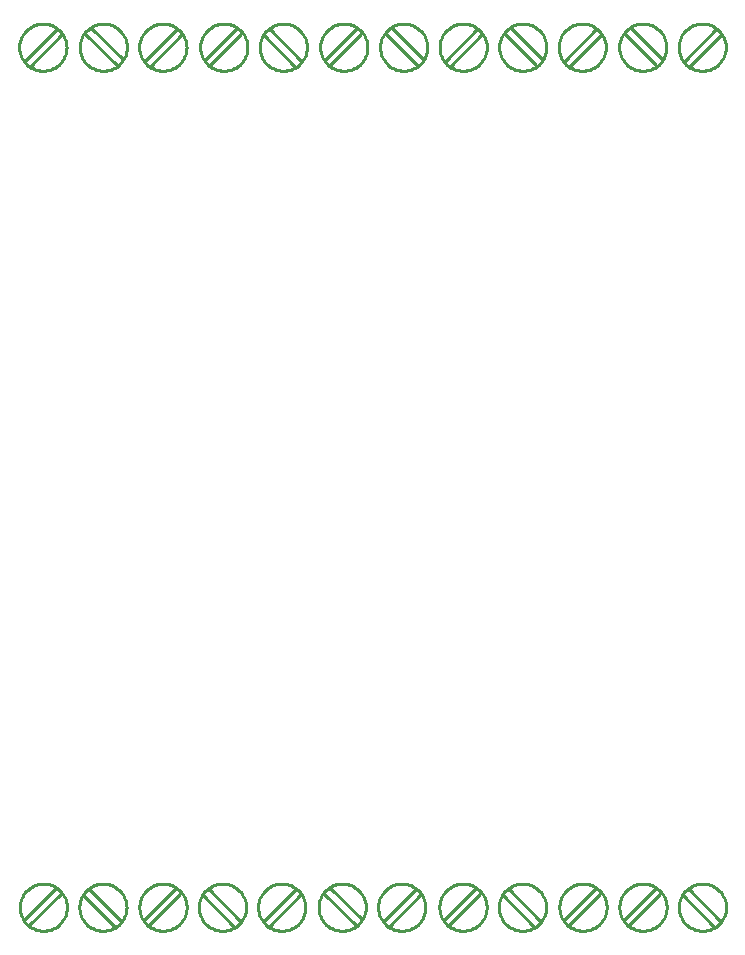
<source format=gm1>
%FSDAX24Y24*%
%MOIN*%
%SFA1B1*%

%IPPOS*%
%ADD10C,0.010000*%
%LNpcb_baseboard-1*%
%LPD*%
G54D10*
X025151Y031065D02*
D01*
X025149Y031119*
X025143Y031174*
X025134Y031228*
X025121Y031282*
X025104Y031334*
X025083Y031385*
X025059Y031434*
X025032Y031482*
X025001Y031527*
X024967Y031571*
X024930Y031611*
X024891Y031650*
X024849Y031685*
X024804Y031717*
X024757Y031746*
X024709Y031772*
X024659Y031795*
X024607Y031813*
X024554Y031829*
X024500Y031840*
X024446Y031848*
X024391Y031851*
X024336*
X024281Y031848*
X024227Y031840*
X024173Y031829*
X024120Y031813*
X024069Y031795*
X024019Y031772*
X023970Y031746*
X023923Y031717*
X023879Y031685*
X023837Y031650*
X023797Y031611*
X023761Y031571*
X023727Y031527*
X023696Y031482*
X023669Y031434*
X023644Y031385*
X023624Y031334*
X023607Y031282*
X023594Y031228*
X023584Y031174*
X023578Y031119*
X023576Y031065*
X023578Y031010*
X023584Y030955*
X023594Y030901*
X023607Y030847*
X023624Y030795*
X023644Y030744*
X023669Y030695*
X023696Y030647*
X023727Y030602*
X023761Y030558*
X023797Y030518*
X023837Y030479*
X023879Y030444*
X023923Y030412*
X023970Y030383*
X024019Y030357*
X024069Y030334*
X024120Y030316*
X024173Y030300*
X024227Y030289*
X024281Y030281*
X024336Y030278*
X024391*
X024446Y030281*
X024500Y030289*
X024554Y030300*
X024607Y030316*
X024659Y030334*
X024709Y030357*
X024757Y030383*
X024804Y030412*
X024849Y030444*
X024891Y030479*
X024930Y030518*
X024967Y030558*
X025001Y030602*
X025032Y030647*
X025059Y030695*
X025083Y030744*
X025104Y030795*
X025121Y030847*
X025134Y030901*
X025143Y030955*
X025149Y031010*
X025151Y031065*
X023167D02*
D01*
X023165Y031119*
X023159Y031174*
X023150Y031228*
X023136Y031282*
X023119Y031334*
X023099Y031385*
X023075Y031434*
X023047Y031482*
X023017Y031527*
X022983Y031571*
X022946Y031611*
X022906Y031650*
X022864Y031685*
X022820Y031717*
X022773Y031746*
X022725Y031772*
X022674Y031795*
X022623Y031813*
X022570Y031829*
X022516Y031840*
X022462Y031848*
X022407Y031851*
X022352*
X022297Y031848*
X022243Y031840*
X022189Y031829*
X022136Y031813*
X022085Y031795*
X022034Y031772*
X021986Y031746*
X021939Y031717*
X021895Y031685*
X021853Y031650*
X021813Y031611*
X021776Y031571*
X021742Y031527*
X021712Y031482*
X021684Y031434*
X021660Y031385*
X021640Y031334*
X021623Y031282*
X021609Y031228*
X021600Y031174*
X021594Y031119*
X021592Y031065*
X021594Y031010*
X021600Y030955*
X021609Y030901*
X021623Y030847*
X021640Y030795*
X021660Y030744*
X021684Y030695*
X021712Y030647*
X021742Y030602*
X021776Y030558*
X021813Y030518*
X021853Y030479*
X021895Y030444*
X021939Y030412*
X021986Y030383*
X022034Y030357*
X022085Y030334*
X022136Y030316*
X022189Y030300*
X022243Y030289*
X022297Y030281*
X022352Y030278*
X022407*
X022462Y030281*
X022516Y030289*
X022570Y030300*
X022623Y030316*
X022674Y030334*
X022725Y030357*
X022773Y030383*
X022820Y030412*
X022864Y030444*
X022906Y030479*
X022946Y030518*
X022983Y030558*
X023017Y030602*
X023047Y030647*
X023075Y030695*
X023099Y030744*
X023119Y030795*
X023136Y030847*
X023150Y030901*
X023159Y030955*
X023165Y031010*
X023167Y031065*
X017181D02*
D01*
X017179Y031119*
X017173Y031174*
X017164Y031228*
X017151Y031282*
X017134Y031334*
X017113Y031385*
X017089Y031434*
X017062Y031482*
X017031Y031527*
X016997Y031571*
X016960Y031611*
X016921Y031650*
X016879Y031685*
X016834Y031717*
X016787Y031746*
X016739Y031772*
X016689Y031795*
X016637Y031813*
X016584Y031829*
X016530Y031840*
X016476Y031848*
X016421Y031851*
X016366*
X016311Y031848*
X016257Y031840*
X016203Y031829*
X016150Y031813*
X016099Y031795*
X016049Y031772*
X016000Y031746*
X015953Y031717*
X015909Y031685*
X015867Y031650*
X015827Y031611*
X015791Y031571*
X015757Y031527*
X015726Y031482*
X015699Y031434*
X015674Y031385*
X015654Y031334*
X015637Y031282*
X015624Y031228*
X015614Y031174*
X015608Y031119*
X015606Y031065*
X015608Y031010*
X015614Y030955*
X015624Y030901*
X015637Y030847*
X015654Y030795*
X015674Y030744*
X015699Y030695*
X015726Y030647*
X015757Y030602*
X015791Y030558*
X015827Y030518*
X015867Y030479*
X015909Y030444*
X015953Y030412*
X016000Y030383*
X016049Y030357*
X016099Y030334*
X016150Y030316*
X016203Y030300*
X016257Y030289*
X016311Y030281*
X016366Y030278*
X016421*
X016476Y030281*
X016530Y030289*
X016584Y030300*
X016637Y030316*
X016689Y030334*
X016739Y030357*
X016787Y030383*
X016834Y030412*
X016879Y030444*
X016921Y030479*
X016960Y030518*
X016997Y030558*
X017031Y030602*
X017062Y030647*
X017089Y030695*
X017113Y030744*
X017134Y030795*
X017151Y030847*
X017164Y030901*
X017173Y030955*
X017179Y031010*
X017181Y031065*
X015197D02*
D01*
X015195Y031119*
X015189Y031174*
X015180Y031228*
X015166Y031282*
X015149Y031334*
X015129Y031385*
X015105Y031434*
X015077Y031482*
X015047Y031527*
X015013Y031571*
X014976Y031611*
X014936Y031650*
X014894Y031685*
X014850Y031717*
X014803Y031746*
X014755Y031772*
X014704Y031795*
X014653Y031813*
X014600Y031829*
X014546Y031840*
X014492Y031848*
X014437Y031851*
X014382*
X014327Y031848*
X014273Y031840*
X014219Y031829*
X014166Y031813*
X014115Y031795*
X014064Y031772*
X014016Y031746*
X013969Y031717*
X013925Y031685*
X013883Y031650*
X013843Y031611*
X013806Y031571*
X013772Y031527*
X013742Y031482*
X013714Y031434*
X013690Y031385*
X013670Y031334*
X013653Y031282*
X013639Y031228*
X013630Y031174*
X013624Y031119*
X013622Y031065*
X013624Y031010*
X013630Y030955*
X013639Y030901*
X013653Y030847*
X013670Y030795*
X013690Y030744*
X013714Y030695*
X013742Y030647*
X013772Y030602*
X013806Y030558*
X013843Y030518*
X013883Y030479*
X013925Y030444*
X013969Y030412*
X014016Y030383*
X014064Y030357*
X014115Y030334*
X014166Y030316*
X014219Y030300*
X014273Y030289*
X014327Y030281*
X014382Y030278*
X014437*
X014492Y030281*
X014546Y030289*
X014600Y030300*
X014653Y030316*
X014704Y030334*
X014755Y030357*
X014803Y030383*
X014850Y030412*
X014894Y030444*
X014936Y030479*
X014976Y030518*
X015013Y030558*
X015047Y030602*
X015077Y030647*
X015105Y030695*
X015129Y030744*
X015149Y030795*
X015166Y030847*
X015180Y030901*
X015189Y030955*
X015195Y031010*
X015197Y031065*
X021151D02*
D01*
X021149Y031119*
X021143Y031174*
X021134Y031228*
X021121Y031282*
X021104Y031334*
X021083Y031385*
X021059Y031434*
X021032Y031482*
X021001Y031527*
X020967Y031571*
X020930Y031611*
X020891Y031650*
X020849Y031685*
X020804Y031717*
X020757Y031746*
X020709Y031772*
X020659Y031795*
X020607Y031813*
X020554Y031829*
X020500Y031840*
X020446Y031848*
X020391Y031851*
X020336*
X020281Y031848*
X020227Y031840*
X020173Y031829*
X020120Y031813*
X020069Y031795*
X020019Y031772*
X019970Y031746*
X019923Y031717*
X019879Y031685*
X019837Y031650*
X019797Y031611*
X019761Y031571*
X019727Y031527*
X019696Y031482*
X019669Y031434*
X019644Y031385*
X019624Y031334*
X019607Y031282*
X019594Y031228*
X019584Y031174*
X019578Y031119*
X019576Y031065*
X019578Y031010*
X019584Y030955*
X019594Y030901*
X019607Y030847*
X019624Y030795*
X019644Y030744*
X019669Y030695*
X019696Y030647*
X019727Y030602*
X019761Y030558*
X019797Y030518*
X019837Y030479*
X019879Y030444*
X019923Y030412*
X019970Y030383*
X020019Y030357*
X020069Y030334*
X020120Y030316*
X020173Y030300*
X020227Y030289*
X020281Y030281*
X020336Y030278*
X020391*
X020446Y030281*
X020500Y030289*
X020554Y030300*
X020607Y030316*
X020659Y030334*
X020709Y030357*
X020757Y030383*
X020804Y030412*
X020849Y030444*
X020891Y030479*
X020930Y030518*
X020967Y030558*
X021001Y030602*
X021032Y030647*
X021059Y030695*
X021083Y030744*
X021104Y030795*
X021121Y030847*
X021134Y030901*
X021143Y030955*
X021149Y031010*
X021151Y031065*
X019167D02*
D01*
X019165Y031119*
X019159Y031174*
X019150Y031228*
X019136Y031282*
X019119Y031334*
X019099Y031385*
X019075Y031434*
X019047Y031482*
X019017Y031527*
X018983Y031571*
X018946Y031611*
X018906Y031650*
X018864Y031685*
X018820Y031717*
X018773Y031746*
X018725Y031772*
X018674Y031795*
X018623Y031813*
X018570Y031829*
X018516Y031840*
X018462Y031848*
X018407Y031851*
X018352*
X018297Y031848*
X018243Y031840*
X018189Y031829*
X018136Y031813*
X018085Y031795*
X018034Y031772*
X017986Y031746*
X017939Y031717*
X017895Y031685*
X017853Y031650*
X017813Y031611*
X017776Y031571*
X017742Y031527*
X017712Y031482*
X017684Y031434*
X017660Y031385*
X017640Y031334*
X017623Y031282*
X017609Y031228*
X017600Y031174*
X017594Y031119*
X017592Y031065*
X017594Y031010*
X017600Y030955*
X017609Y030901*
X017623Y030847*
X017640Y030795*
X017660Y030744*
X017684Y030695*
X017712Y030647*
X017742Y030602*
X017776Y030558*
X017813Y030518*
X017853Y030479*
X017895Y030444*
X017939Y030412*
X017986Y030383*
X018034Y030357*
X018085Y030334*
X018136Y030316*
X018189Y030300*
X018243Y030289*
X018297Y030281*
X018352Y030278*
X018407*
X018462Y030281*
X018516Y030289*
X018570Y030300*
X018623Y030316*
X018674Y030334*
X018725Y030357*
X018773Y030383*
X018820Y030412*
X018864Y030444*
X018906Y030479*
X018946Y030518*
X018983Y030558*
X019017Y030602*
X019047Y030647*
X019075Y030695*
X019099Y030744*
X019119Y030795*
X019136Y030847*
X019150Y030901*
X019159Y030955*
X019165Y031010*
X019167Y031065*
X009203D02*
D01*
X009201Y031119*
X009195Y031174*
X009185Y031228*
X009172Y031282*
X009155Y031334*
X009135Y031385*
X009110Y031434*
X009083Y031482*
X009052Y031527*
X009018Y031571*
X008982Y031611*
X008942Y031650*
X008900Y031685*
X008856Y031717*
X008809Y031746*
X008760Y031772*
X008710Y031795*
X008659Y031813*
X008606Y031829*
X008552Y031840*
X008498Y031848*
X008443Y031851*
X008388*
X008333Y031848*
X008279Y031840*
X008225Y031829*
X008172Y031813*
X008120Y031795*
X008070Y031772*
X008022Y031746*
X007975Y031717*
X007930Y031685*
X007888Y031650*
X007849Y031611*
X007812Y031571*
X007778Y031527*
X007747Y031482*
X007720Y031434*
X007696Y031385*
X007675Y031334*
X007658Y031282*
X007645Y031228*
X007636Y031174*
X007630Y031119*
X007628Y031065*
X007630Y031010*
X007636Y030955*
X007645Y030901*
X007658Y030847*
X007675Y030795*
X007696Y030744*
X007720Y030695*
X007747Y030647*
X007778Y030602*
X007812Y030558*
X007849Y030518*
X007888Y030479*
X007930Y030444*
X007975Y030412*
X008022Y030383*
X008070Y030357*
X008120Y030334*
X008172Y030316*
X008225Y030300*
X008279Y030289*
X008333Y030281*
X008388Y030278*
X008443*
X008498Y030281*
X008552Y030289*
X008606Y030300*
X008659Y030316*
X008710Y030334*
X008760Y030357*
X008809Y030383*
X008856Y030412*
X008900Y030444*
X008942Y030479*
X008982Y030518*
X009018Y030558*
X009052Y030602*
X009083Y030647*
X009110Y030695*
X009135Y030744*
X009155Y030795*
X009172Y030847*
X009185Y030901*
X009195Y030955*
X009201Y031010*
X009203Y031065*
X013203D02*
D01*
X013201Y031119*
X013195Y031174*
X013185Y031228*
X013172Y031282*
X013155Y031334*
X013135Y031385*
X013110Y031434*
X013083Y031482*
X013052Y031527*
X013018Y031571*
X012982Y031611*
X012942Y031650*
X012900Y031685*
X012856Y031717*
X012809Y031746*
X012760Y031772*
X012710Y031795*
X012659Y031813*
X012606Y031829*
X012552Y031840*
X012498Y031848*
X012443Y031851*
X012388*
X012333Y031848*
X012279Y031840*
X012225Y031829*
X012172Y031813*
X012120Y031795*
X012070Y031772*
X012022Y031746*
X011975Y031717*
X011930Y031685*
X011888Y031650*
X011849Y031611*
X011812Y031571*
X011778Y031527*
X011747Y031482*
X011720Y031434*
X011696Y031385*
X011675Y031334*
X011658Y031282*
X011645Y031228*
X011636Y031174*
X011630Y031119*
X011628Y031065*
X011630Y031010*
X011636Y030955*
X011645Y030901*
X011658Y030847*
X011675Y030795*
X011696Y030744*
X011720Y030695*
X011747Y030647*
X011778Y030602*
X011812Y030558*
X011849Y030518*
X011888Y030479*
X011930Y030444*
X011975Y030412*
X012022Y030383*
X012070Y030357*
X012120Y030334*
X012172Y030316*
X012225Y030300*
X012279Y030289*
X012333Y030281*
X012388Y030278*
X012443*
X012498Y030281*
X012552Y030289*
X012606Y030300*
X012659Y030316*
X012710Y030334*
X012760Y030357*
X012809Y030383*
X012856Y030412*
X012900Y030444*
X012942Y030479*
X012982Y030518*
X013018Y030558*
X013052Y030602*
X013083Y030647*
X013110Y030695*
X013135Y030744*
X013155Y030795*
X013172Y030847*
X013185Y030901*
X013195Y030955*
X013201Y031010*
X013203Y031065*
X011187D02*
D01*
X011185Y031119*
X011179Y031174*
X011170Y031228*
X011156Y031282*
X011139Y031334*
X011119Y031385*
X011095Y031434*
X011067Y031482*
X011037Y031527*
X011003Y031571*
X010966Y031611*
X010926Y031650*
X010884Y031685*
X010840Y031717*
X010793Y031746*
X010745Y031772*
X010694Y031795*
X010643Y031813*
X010590Y031829*
X010536Y031840*
X010482Y031848*
X010427Y031851*
X010372*
X010317Y031848*
X010263Y031840*
X010209Y031829*
X010156Y031813*
X010105Y031795*
X010054Y031772*
X010006Y031746*
X009959Y031717*
X009915Y031685*
X009873Y031650*
X009833Y031611*
X009796Y031571*
X009762Y031527*
X009732Y031482*
X009704Y031434*
X009680Y031385*
X009660Y031334*
X009643Y031282*
X009629Y031228*
X009620Y031174*
X009614Y031119*
X009612Y031065*
X009614Y031010*
X009620Y030955*
X009629Y030901*
X009643Y030847*
X009660Y030795*
X009680Y030744*
X009704Y030695*
X009732Y030647*
X009762Y030602*
X009796Y030558*
X009833Y030518*
X009873Y030479*
X009915Y030444*
X009959Y030412*
X010006Y030383*
X010054Y030357*
X010105Y030334*
X010156Y030316*
X010209Y030300*
X010263Y030289*
X010317Y030281*
X010372Y030278*
X010427*
X010482Y030281*
X010536Y030289*
X010590Y030300*
X010643Y030316*
X010694Y030334*
X010745Y030357*
X010793Y030383*
X010840Y030412*
X010884Y030444*
X010926Y030479*
X010966Y030518*
X011003Y030558*
X011037Y030602*
X011067Y030647*
X011095Y030695*
X011119Y030744*
X011139Y030795*
X011156Y030847*
X011170Y030901*
X011179Y030955*
X011185Y031010*
X011187Y031065*
X007171D02*
D01*
X007169Y031119*
X007163Y031174*
X007154Y031228*
X007141Y031282*
X007124Y031334*
X007103Y031385*
X007079Y031434*
X007052Y031482*
X007021Y031527*
X006987Y031571*
X006950Y031611*
X006911Y031650*
X006869Y031685*
X006824Y031717*
X006777Y031746*
X006729Y031772*
X006679Y031795*
X006627Y031813*
X006574Y031829*
X006520Y031840*
X006466Y031848*
X006411Y031851*
X006356*
X006301Y031848*
X006247Y031840*
X006193Y031829*
X006140Y031813*
X006089Y031795*
X006039Y031772*
X005990Y031746*
X005943Y031717*
X005899Y031685*
X005857Y031650*
X005817Y031611*
X005781Y031571*
X005747Y031527*
X005716Y031482*
X005689Y031434*
X005664Y031385*
X005644Y031334*
X005627Y031282*
X005614Y031228*
X005604Y031174*
X005598Y031119*
X005596Y031065*
X005598Y031010*
X005604Y030955*
X005614Y030901*
X005627Y030847*
X005644Y030795*
X005664Y030744*
X005689Y030695*
X005716Y030647*
X005747Y030602*
X005781Y030558*
X005817Y030518*
X005857Y030479*
X005899Y030444*
X005943Y030412*
X005990Y030383*
X006039Y030357*
X006089Y030334*
X006140Y030316*
X006193Y030300*
X006247Y030289*
X006301Y030281*
X006356Y030278*
X006411*
X006466Y030281*
X006520Y030289*
X006574Y030300*
X006627Y030316*
X006679Y030334*
X006729Y030357*
X006777Y030383*
X006824Y030412*
X006869Y030444*
X006911Y030479*
X006950Y030518*
X006987Y030558*
X007021Y030602*
X007052Y030647*
X007079Y030695*
X007103Y030744*
X007124Y030795*
X007141Y030847*
X007154Y030901*
X007163Y030955*
X007169Y031010*
X007171Y031065*
X003171D02*
D01*
X003169Y031119*
X003163Y031174*
X003154Y031228*
X003141Y031282*
X003124Y031334*
X003103Y031385*
X003079Y031434*
X003052Y031482*
X003021Y031527*
X002987Y031571*
X002950Y031611*
X002911Y031650*
X002869Y031685*
X002824Y031717*
X002777Y031746*
X002729Y031772*
X002679Y031795*
X002627Y031813*
X002574Y031829*
X002520Y031840*
X002466Y031848*
X002411Y031851*
X002356*
X002301Y031848*
X002247Y031840*
X002193Y031829*
X002140Y031813*
X002089Y031795*
X002039Y031772*
X001990Y031746*
X001943Y031717*
X001899Y031685*
X001857Y031650*
X001817Y031611*
X001781Y031571*
X001747Y031527*
X001716Y031482*
X001689Y031434*
X001664Y031385*
X001644Y031334*
X001627Y031282*
X001614Y031228*
X001604Y031174*
X001598Y031119*
X001596Y031065*
X001598Y031010*
X001604Y030955*
X001614Y030901*
X001627Y030847*
X001644Y030795*
X001664Y030744*
X001689Y030695*
X001716Y030647*
X001747Y030602*
X001781Y030558*
X001817Y030518*
X001857Y030479*
X001899Y030444*
X001943Y030412*
X001990Y030383*
X002039Y030357*
X002089Y030334*
X002140Y030316*
X002193Y030300*
X002247Y030289*
X002301Y030281*
X002356Y030278*
X002411*
X002466Y030281*
X002520Y030289*
X002574Y030300*
X002627Y030316*
X002679Y030334*
X002729Y030357*
X002777Y030383*
X002824Y030412*
X002869Y030444*
X002911Y030479*
X002950Y030518*
X002987Y030558*
X003021Y030602*
X003052Y030647*
X003079Y030695*
X003103Y030744*
X003124Y030795*
X003141Y030847*
X003154Y030901*
X003163Y030955*
X003169Y031010*
X003171Y031065*
X005187D02*
D01*
X005185Y031119*
X005179Y031174*
X005170Y031228*
X005156Y031282*
X005139Y031334*
X005119Y031385*
X005095Y031434*
X005067Y031482*
X005037Y031527*
X005003Y031571*
X004966Y031611*
X004926Y031650*
X004884Y031685*
X004840Y031717*
X004793Y031746*
X004745Y031772*
X004694Y031795*
X004643Y031813*
X004590Y031829*
X004536Y031840*
X004482Y031848*
X004427Y031851*
X004372*
X004317Y031848*
X004263Y031840*
X004209Y031829*
X004156Y031813*
X004105Y031795*
X004054Y031772*
X004006Y031746*
X003959Y031717*
X003915Y031685*
X003873Y031650*
X003833Y031611*
X003796Y031571*
X003762Y031527*
X003732Y031482*
X003704Y031434*
X003680Y031385*
X003660Y031334*
X003643Y031282*
X003629Y031228*
X003620Y031174*
X003614Y031119*
X003612Y031065*
X003614Y031010*
X003620Y030955*
X003629Y030901*
X003643Y030847*
X003660Y030795*
X003680Y030744*
X003704Y030695*
X003732Y030647*
X003762Y030602*
X003796Y030558*
X003833Y030518*
X003873Y030479*
X003915Y030444*
X003959Y030412*
X004006Y030383*
X004054Y030357*
X004105Y030334*
X004156Y030316*
X004209Y030300*
X004263Y030289*
X004317Y030281*
X004372Y030278*
X004427*
X004482Y030281*
X004536Y030289*
X004590Y030300*
X004643Y030316*
X004694Y030334*
X004745Y030357*
X004793Y030383*
X004840Y030412*
X004884Y030444*
X004926Y030479*
X004966Y030518*
X005003Y030558*
X005037Y030602*
X005067Y030647*
X005095Y030695*
X005119Y030744*
X005139Y030795*
X005156Y030847*
X005170Y030901*
X005179Y030955*
X005185Y031010*
X005187Y031065*
X005172Y002400D02*
D01*
X005170Y002454*
X005164Y002509*
X005155Y002563*
X005141Y002617*
X005124Y002669*
X005104Y002720*
X005080Y002769*
X005052Y002817*
X005022Y002862*
X004988Y002906*
X004951Y002946*
X004911Y002985*
X004869Y003020*
X004825Y003052*
X004778Y003081*
X004730Y003107*
X004679Y003130*
X004628Y003148*
X004575Y003164*
X004521Y003175*
X004467Y003183*
X004412Y003186*
X004357*
X004302Y003183*
X004248Y003175*
X004194Y003164*
X004141Y003148*
X004090Y003130*
X004039Y003107*
X003991Y003081*
X003944Y003052*
X003900Y003020*
X003858Y002985*
X003818Y002946*
X003781Y002906*
X003747Y002862*
X003717Y002817*
X003689Y002769*
X003665Y002720*
X003645Y002669*
X003628Y002617*
X003614Y002563*
X003605Y002509*
X003599Y002454*
X003597Y002400*
X003599Y002345*
X003605Y002290*
X003614Y002236*
X003628Y002182*
X003645Y002130*
X003665Y002079*
X003689Y002030*
X003717Y001982*
X003747Y001937*
X003781Y001893*
X003818Y001853*
X003858Y001814*
X003900Y001779*
X003944Y001747*
X003991Y001718*
X004039Y001692*
X004090Y001669*
X004141Y001651*
X004194Y001635*
X004248Y001624*
X004302Y001616*
X004357Y001613*
X004412*
X004467Y001616*
X004521Y001624*
X004575Y001635*
X004628Y001651*
X004679Y001669*
X004730Y001692*
X004778Y001718*
X004825Y001747*
X004869Y001779*
X004911Y001814*
X004951Y001853*
X004988Y001893*
X005022Y001937*
X005052Y001982*
X005080Y002030*
X005104Y002079*
X005124Y002130*
X005141Y002182*
X005155Y002236*
X005164Y002290*
X005170Y002345*
X005172Y002400*
X003188D02*
D01*
X003186Y002454*
X003180Y002509*
X003170Y002563*
X003157Y002617*
X003140Y002669*
X003120Y002720*
X003095Y002769*
X003068Y002817*
X003037Y002862*
X003003Y002906*
X002967Y002946*
X002927Y002985*
X002885Y003020*
X002841Y003052*
X002794Y003081*
X002745Y003107*
X002695Y003130*
X002644Y003148*
X002591Y003164*
X002537Y003175*
X002483Y003183*
X002428Y003186*
X002373*
X002318Y003183*
X002264Y003175*
X002210Y003164*
X002157Y003148*
X002105Y003130*
X002055Y003107*
X002007Y003081*
X001960Y003052*
X001915Y003020*
X001873Y002985*
X001834Y002946*
X001797Y002906*
X001763Y002862*
X001732Y002817*
X001705Y002769*
X001681Y002720*
X001660Y002669*
X001643Y002617*
X001630Y002563*
X001621Y002509*
X001615Y002454*
X001613Y002400*
X001615Y002345*
X001621Y002290*
X001630Y002236*
X001643Y002182*
X001660Y002130*
X001681Y002079*
X001705Y002030*
X001732Y001982*
X001763Y001937*
X001797Y001893*
X001834Y001853*
X001873Y001814*
X001915Y001779*
X001960Y001747*
X002007Y001718*
X002055Y001692*
X002105Y001669*
X002157Y001651*
X002210Y001635*
X002264Y001624*
X002318Y001616*
X002373Y001613*
X002428*
X002483Y001616*
X002537Y001624*
X002591Y001635*
X002644Y001651*
X002695Y001669*
X002745Y001692*
X002794Y001718*
X002841Y001747*
X002885Y001779*
X002927Y001814*
X002967Y001853*
X003003Y001893*
X003037Y001937*
X003068Y001982*
X003095Y002030*
X003120Y002079*
X003140Y002130*
X003157Y002182*
X003170Y002236*
X003180Y002290*
X003186Y002345*
X003188Y002400*
X009157D02*
D01*
X009155Y002454*
X009149Y002509*
X009140Y002563*
X009126Y002617*
X009109Y002669*
X009089Y002720*
X009065Y002769*
X009037Y002817*
X009007Y002862*
X008973Y002906*
X008936Y002946*
X008896Y002985*
X008854Y003020*
X008810Y003052*
X008763Y003081*
X008715Y003107*
X008664Y003130*
X008613Y003148*
X008560Y003164*
X008506Y003175*
X008452Y003183*
X008397Y003186*
X008342*
X008287Y003183*
X008233Y003175*
X008179Y003164*
X008126Y003148*
X008075Y003130*
X008024Y003107*
X007976Y003081*
X007929Y003052*
X007885Y003020*
X007843Y002985*
X007803Y002946*
X007766Y002906*
X007732Y002862*
X007702Y002817*
X007674Y002769*
X007650Y002720*
X007630Y002669*
X007613Y002617*
X007599Y002563*
X007590Y002509*
X007584Y002454*
X007582Y002400*
X007584Y002345*
X007590Y002290*
X007599Y002236*
X007613Y002182*
X007630Y002130*
X007650Y002079*
X007674Y002030*
X007702Y001982*
X007732Y001937*
X007766Y001893*
X007803Y001853*
X007843Y001814*
X007885Y001779*
X007929Y001747*
X007976Y001718*
X008024Y001692*
X008075Y001669*
X008126Y001651*
X008179Y001635*
X008233Y001624*
X008287Y001616*
X008342Y001613*
X008397*
X008452Y001616*
X008506Y001624*
X008560Y001635*
X008613Y001651*
X008664Y001669*
X008715Y001692*
X008763Y001718*
X008810Y001747*
X008854Y001779*
X008896Y001814*
X008936Y001853*
X008973Y001893*
X009007Y001937*
X009037Y001982*
X009065Y002030*
X009089Y002079*
X009109Y002130*
X009126Y002182*
X009140Y002236*
X009149Y002290*
X009155Y002345*
X009157Y002400*
X007173D02*
D01*
X007171Y002454*
X007165Y002509*
X007155Y002563*
X007142Y002617*
X007125Y002669*
X007105Y002720*
X007080Y002769*
X007053Y002817*
X007022Y002862*
X006988Y002906*
X006952Y002946*
X006912Y002985*
X006870Y003020*
X006826Y003052*
X006779Y003081*
X006730Y003107*
X006680Y003130*
X006629Y003148*
X006576Y003164*
X006522Y003175*
X006468Y003183*
X006413Y003186*
X006358*
X006303Y003183*
X006249Y003175*
X006195Y003164*
X006142Y003148*
X006090Y003130*
X006040Y003107*
X005992Y003081*
X005945Y003052*
X005900Y003020*
X005858Y002985*
X005819Y002946*
X005782Y002906*
X005748Y002862*
X005717Y002817*
X005690Y002769*
X005666Y002720*
X005645Y002669*
X005628Y002617*
X005615Y002563*
X005606Y002509*
X005600Y002454*
X005598Y002400*
X005600Y002345*
X005606Y002290*
X005615Y002236*
X005628Y002182*
X005645Y002130*
X005666Y002079*
X005690Y002030*
X005717Y001982*
X005748Y001937*
X005782Y001893*
X005819Y001853*
X005858Y001814*
X005900Y001779*
X005945Y001747*
X005992Y001718*
X006040Y001692*
X006090Y001669*
X006142Y001651*
X006195Y001635*
X006249Y001624*
X006303Y001616*
X006358Y001613*
X006413*
X006468Y001616*
X006522Y001624*
X006576Y001635*
X006629Y001651*
X006680Y001669*
X006730Y001692*
X006779Y001718*
X006826Y001747*
X006870Y001779*
X006912Y001814*
X006952Y001853*
X006988Y001893*
X007022Y001937*
X007053Y001982*
X007080Y002030*
X007105Y002079*
X007125Y002130*
X007142Y002182*
X007155Y002236*
X007165Y002290*
X007171Y002345*
X007173Y002400*
X019157D02*
D01*
X019155Y002454*
X019149Y002509*
X019140Y002563*
X019126Y002617*
X019109Y002669*
X019089Y002720*
X019065Y002769*
X019037Y002817*
X019007Y002862*
X018973Y002906*
X018936Y002946*
X018896Y002985*
X018854Y003020*
X018810Y003052*
X018763Y003081*
X018715Y003107*
X018664Y003130*
X018613Y003148*
X018560Y003164*
X018506Y003175*
X018452Y003183*
X018397Y003186*
X018342*
X018287Y003183*
X018233Y003175*
X018179Y003164*
X018126Y003148*
X018075Y003130*
X018024Y003107*
X017976Y003081*
X017929Y003052*
X017885Y003020*
X017843Y002985*
X017803Y002946*
X017766Y002906*
X017732Y002862*
X017702Y002817*
X017674Y002769*
X017650Y002720*
X017630Y002669*
X017613Y002617*
X017599Y002563*
X017590Y002509*
X017584Y002454*
X017582Y002400*
X017584Y002345*
X017590Y002290*
X017599Y002236*
X017613Y002182*
X017630Y002130*
X017650Y002079*
X017674Y002030*
X017702Y001982*
X017732Y001937*
X017766Y001893*
X017803Y001853*
X017843Y001814*
X017885Y001779*
X017929Y001747*
X017976Y001718*
X018024Y001692*
X018075Y001669*
X018126Y001651*
X018179Y001635*
X018233Y001624*
X018287Y001616*
X018342Y001613*
X018397*
X018452Y001616*
X018506Y001624*
X018560Y001635*
X018613Y001651*
X018664Y001669*
X018715Y001692*
X018763Y001718*
X018810Y001747*
X018854Y001779*
X018896Y001814*
X018936Y001853*
X018973Y001893*
X019007Y001937*
X019037Y001982*
X019065Y002030*
X019089Y002079*
X019109Y002130*
X019126Y002182*
X019140Y002236*
X019149Y002290*
X019155Y002345*
X019157Y002400*
X021173D02*
D01*
X021171Y002454*
X021165Y002509*
X021155Y002563*
X021142Y002617*
X021125Y002669*
X021105Y002720*
X021080Y002769*
X021053Y002817*
X021022Y002862*
X020988Y002906*
X020952Y002946*
X020912Y002985*
X020870Y003020*
X020826Y003052*
X020779Y003081*
X020730Y003107*
X020680Y003130*
X020629Y003148*
X020576Y003164*
X020522Y003175*
X020468Y003183*
X020413Y003186*
X020358*
X020303Y003183*
X020249Y003175*
X020195Y003164*
X020142Y003148*
X020090Y003130*
X020040Y003107*
X019992Y003081*
X019945Y003052*
X019900Y003020*
X019858Y002985*
X019819Y002946*
X019782Y002906*
X019748Y002862*
X019717Y002817*
X019690Y002769*
X019666Y002720*
X019645Y002669*
X019628Y002617*
X019615Y002563*
X019606Y002509*
X019600Y002454*
X019598Y002400*
X019600Y002345*
X019606Y002290*
X019615Y002236*
X019628Y002182*
X019645Y002130*
X019666Y002079*
X019690Y002030*
X019717Y001982*
X019748Y001937*
X019782Y001893*
X019819Y001853*
X019858Y001814*
X019900Y001779*
X019945Y001747*
X019992Y001718*
X020040Y001692*
X020090Y001669*
X020142Y001651*
X020195Y001635*
X020249Y001624*
X020303Y001616*
X020358Y001613*
X020413*
X020468Y001616*
X020522Y001624*
X020576Y001635*
X020629Y001651*
X020680Y001669*
X020730Y001692*
X020779Y001718*
X020826Y001747*
X020870Y001779*
X020912Y001814*
X020952Y001853*
X020988Y001893*
X021022Y001937*
X021053Y001982*
X021080Y002030*
X021105Y002079*
X021125Y002130*
X021142Y002182*
X021155Y002236*
X021165Y002290*
X021171Y002345*
X021173Y002400*
X017173D02*
D01*
X017171Y002454*
X017165Y002509*
X017155Y002563*
X017142Y002617*
X017125Y002669*
X017105Y002720*
X017080Y002769*
X017053Y002817*
X017022Y002862*
X016988Y002906*
X016952Y002946*
X016912Y002985*
X016870Y003020*
X016826Y003052*
X016779Y003081*
X016730Y003107*
X016680Y003130*
X016629Y003148*
X016576Y003164*
X016522Y003175*
X016468Y003183*
X016413Y003186*
X016358*
X016303Y003183*
X016249Y003175*
X016195Y003164*
X016142Y003148*
X016090Y003130*
X016040Y003107*
X015992Y003081*
X015945Y003052*
X015900Y003020*
X015858Y002985*
X015819Y002946*
X015782Y002906*
X015748Y002862*
X015717Y002817*
X015690Y002769*
X015666Y002720*
X015645Y002669*
X015628Y002617*
X015615Y002563*
X015606Y002509*
X015600Y002454*
X015598Y002400*
X015600Y002345*
X015606Y002290*
X015615Y002236*
X015628Y002182*
X015645Y002130*
X015666Y002079*
X015690Y002030*
X015717Y001982*
X015748Y001937*
X015782Y001893*
X015819Y001853*
X015858Y001814*
X015900Y001779*
X015945Y001747*
X015992Y001718*
X016040Y001692*
X016090Y001669*
X016142Y001651*
X016195Y001635*
X016249Y001624*
X016303Y001616*
X016358Y001613*
X016413*
X016468Y001616*
X016522Y001624*
X016576Y001635*
X016629Y001651*
X016680Y001669*
X016730Y001692*
X016779Y001718*
X016826Y001747*
X016870Y001779*
X016912Y001814*
X016952Y001853*
X016988Y001893*
X017022Y001937*
X017053Y001982*
X017080Y002030*
X017105Y002079*
X017125Y002130*
X017142Y002182*
X017155Y002236*
X017165Y002290*
X017171Y002345*
X017173Y002400*
X013147D02*
D01*
X013145Y002454*
X013139Y002509*
X013130Y002563*
X013116Y002617*
X013099Y002669*
X013079Y002720*
X013055Y002769*
X013027Y002817*
X012997Y002862*
X012963Y002906*
X012926Y002946*
X012886Y002985*
X012844Y003020*
X012800Y003052*
X012753Y003081*
X012705Y003107*
X012654Y003130*
X012603Y003148*
X012550Y003164*
X012496Y003175*
X012442Y003183*
X012387Y003186*
X012332*
X012277Y003183*
X012223Y003175*
X012169Y003164*
X012116Y003148*
X012065Y003130*
X012014Y003107*
X011966Y003081*
X011919Y003052*
X011875Y003020*
X011833Y002985*
X011793Y002946*
X011756Y002906*
X011722Y002862*
X011692Y002817*
X011664Y002769*
X011640Y002720*
X011620Y002669*
X011603Y002617*
X011589Y002563*
X011580Y002509*
X011574Y002454*
X011572Y002400*
X011574Y002345*
X011580Y002290*
X011589Y002236*
X011603Y002182*
X011620Y002130*
X011640Y002079*
X011664Y002030*
X011692Y001982*
X011722Y001937*
X011756Y001893*
X011793Y001853*
X011833Y001814*
X011875Y001779*
X011919Y001747*
X011966Y001718*
X012014Y001692*
X012065Y001669*
X012116Y001651*
X012169Y001635*
X012223Y001624*
X012277Y001616*
X012332Y001613*
X012387*
X012442Y001616*
X012496Y001624*
X012550Y001635*
X012603Y001651*
X012654Y001669*
X012705Y001692*
X012753Y001718*
X012800Y001747*
X012844Y001779*
X012886Y001814*
X012926Y001853*
X012963Y001893*
X012997Y001937*
X013027Y001982*
X013055Y002030*
X013079Y002079*
X013099Y002130*
X013116Y002182*
X013130Y002236*
X013139Y002290*
X013145Y002345*
X013147Y002400*
X011131D02*
D01*
X011129Y002454*
X011123Y002509*
X011114Y002563*
X011101Y002617*
X011084Y002669*
X011063Y002720*
X011039Y002769*
X011012Y002817*
X010981Y002862*
X010947Y002906*
X010910Y002946*
X010871Y002985*
X010829Y003020*
X010784Y003052*
X010737Y003081*
X010689Y003107*
X010639Y003130*
X010587Y003148*
X010534Y003164*
X010480Y003175*
X010426Y003183*
X010371Y003186*
X010316*
X010261Y003183*
X010207Y003175*
X010153Y003164*
X010100Y003148*
X010049Y003130*
X009999Y003107*
X009950Y003081*
X009903Y003052*
X009859Y003020*
X009817Y002985*
X009777Y002946*
X009741Y002906*
X009707Y002862*
X009676Y002817*
X009649Y002769*
X009624Y002720*
X009604Y002669*
X009587Y002617*
X009574Y002563*
X009564Y002509*
X009558Y002454*
X009556Y002400*
X009558Y002345*
X009564Y002290*
X009574Y002236*
X009587Y002182*
X009604Y002130*
X009624Y002079*
X009649Y002030*
X009676Y001982*
X009707Y001937*
X009741Y001893*
X009777Y001853*
X009817Y001814*
X009859Y001779*
X009903Y001747*
X009950Y001718*
X009999Y001692*
X010049Y001669*
X010100Y001651*
X010153Y001635*
X010207Y001624*
X010261Y001616*
X010316Y001613*
X010371*
X010426Y001616*
X010480Y001624*
X010534Y001635*
X010587Y001651*
X010639Y001669*
X010689Y001692*
X010737Y001718*
X010784Y001747*
X010829Y001779*
X010871Y001814*
X010910Y001853*
X010947Y001893*
X010981Y001937*
X011012Y001982*
X011039Y002030*
X011063Y002079*
X011084Y002130*
X011101Y002182*
X011114Y002236*
X011123Y002290*
X011129Y002345*
X011131Y002400*
X015131D02*
D01*
X015129Y002454*
X015123Y002509*
X015114Y002563*
X015101Y002617*
X015084Y002669*
X015063Y002720*
X015039Y002769*
X015012Y002817*
X014981Y002862*
X014947Y002906*
X014910Y002946*
X014871Y002985*
X014829Y003020*
X014784Y003052*
X014737Y003081*
X014689Y003107*
X014639Y003130*
X014587Y003148*
X014534Y003164*
X014480Y003175*
X014426Y003183*
X014371Y003186*
X014316*
X014261Y003183*
X014207Y003175*
X014153Y003164*
X014100Y003148*
X014049Y003130*
X013999Y003107*
X013950Y003081*
X013903Y003052*
X013859Y003020*
X013817Y002985*
X013777Y002946*
X013741Y002906*
X013707Y002862*
X013676Y002817*
X013649Y002769*
X013624Y002720*
X013604Y002669*
X013587Y002617*
X013574Y002563*
X013564Y002509*
X013558Y002454*
X013556Y002400*
X013558Y002345*
X013564Y002290*
X013574Y002236*
X013587Y002182*
X013604Y002130*
X013624Y002079*
X013649Y002030*
X013676Y001982*
X013707Y001937*
X013741Y001893*
X013777Y001853*
X013817Y001814*
X013859Y001779*
X013903Y001747*
X013950Y001718*
X013999Y001692*
X014049Y001669*
X014100Y001651*
X014153Y001635*
X014207Y001624*
X014261Y001616*
X014316Y001613*
X014371*
X014426Y001616*
X014480Y001624*
X014534Y001635*
X014587Y001651*
X014639Y001669*
X014689Y001692*
X014737Y001718*
X014784Y001747*
X014829Y001779*
X014871Y001814*
X014910Y001853*
X014947Y001893*
X014981Y001937*
X015012Y001982*
X015039Y002030*
X015063Y002079*
X015084Y002130*
X015101Y002182*
X015114Y002236*
X015123Y002290*
X015129Y002345*
X015131Y002400*
X025157D02*
D01*
X025155Y002454*
X025149Y002509*
X025140Y002563*
X025126Y002617*
X025109Y002669*
X025089Y002720*
X025065Y002769*
X025037Y002817*
X025007Y002862*
X024973Y002906*
X024936Y002946*
X024896Y002985*
X024854Y003020*
X024810Y003052*
X024763Y003081*
X024715Y003107*
X024664Y003130*
X024613Y003148*
X024560Y003164*
X024506Y003175*
X024452Y003183*
X024397Y003186*
X024342*
X024287Y003183*
X024233Y003175*
X024179Y003164*
X024126Y003148*
X024075Y003130*
X024024Y003107*
X023976Y003081*
X023929Y003052*
X023885Y003020*
X023843Y002985*
X023803Y002946*
X023766Y002906*
X023732Y002862*
X023702Y002817*
X023674Y002769*
X023650Y002720*
X023630Y002669*
X023613Y002617*
X023599Y002563*
X023590Y002509*
X023584Y002454*
X023582Y002400*
X023584Y002345*
X023590Y002290*
X023599Y002236*
X023613Y002182*
X023630Y002130*
X023650Y002079*
X023674Y002030*
X023702Y001982*
X023732Y001937*
X023766Y001893*
X023803Y001853*
X023843Y001814*
X023885Y001779*
X023929Y001747*
X023976Y001718*
X024024Y001692*
X024075Y001669*
X024126Y001651*
X024179Y001635*
X024233Y001624*
X024287Y001616*
X024342Y001613*
X024397*
X024452Y001616*
X024506Y001624*
X024560Y001635*
X024613Y001651*
X024664Y001669*
X024715Y001692*
X024763Y001718*
X024810Y001747*
X024854Y001779*
X024896Y001814*
X024936Y001853*
X024973Y001893*
X025007Y001937*
X025037Y001982*
X025065Y002030*
X025089Y002079*
X025109Y002130*
X025126Y002182*
X025140Y002236*
X025149Y002290*
X025155Y002345*
X025157Y002400*
X023173D02*
D01*
X023171Y002454*
X023165Y002509*
X023155Y002563*
X023142Y002617*
X023125Y002669*
X023105Y002720*
X023080Y002769*
X023053Y002817*
X023022Y002862*
X022988Y002906*
X022952Y002946*
X022912Y002985*
X022870Y003020*
X022826Y003052*
X022779Y003081*
X022730Y003107*
X022680Y003130*
X022629Y003148*
X022576Y003164*
X022522Y003175*
X022468Y003183*
X022413Y003186*
X022358*
X022303Y003183*
X022249Y003175*
X022195Y003164*
X022142Y003148*
X022090Y003130*
X022040Y003107*
X021992Y003081*
X021945Y003052*
X021900Y003020*
X021858Y002985*
X021819Y002946*
X021782Y002906*
X021748Y002862*
X021717Y002817*
X021690Y002769*
X021666Y002720*
X021645Y002669*
X021628Y002617*
X021615Y002563*
X021606Y002509*
X021600Y002454*
X021598Y002400*
X021600Y002345*
X021606Y002290*
X021615Y002236*
X021628Y002182*
X021645Y002130*
X021666Y002079*
X021690Y002030*
X021717Y001982*
X021748Y001937*
X021782Y001893*
X021819Y001853*
X021858Y001814*
X021900Y001779*
X021945Y001747*
X021992Y001718*
X022040Y001692*
X022090Y001669*
X022142Y001651*
X022195Y001635*
X022249Y001624*
X022303Y001616*
X022358Y001613*
X022413*
X022468Y001616*
X022522Y001624*
X022576Y001635*
X022629Y001651*
X022680Y001669*
X022730Y001692*
X022779Y001718*
X022826Y001747*
X022870Y001779*
X022912Y001814*
X022952Y001853*
X022988Y001893*
X023022Y001937*
X023053Y001982*
X023080Y002030*
X023105Y002079*
X023125Y002130*
X023142Y002182*
X023155Y002236*
X023165Y002290*
X023171Y002345*
X023173Y002400*
X021980Y031715D02*
X023030Y030665D01*
X022830Y030415D02*
Y030465D01*
X021780Y031515D02*
X022830Y030465D01*
X023930Y030415D02*
X025005Y031490D01*
X023780Y030615D02*
X024830Y031665D01*
X014010Y031715D02*
X015060Y030665D01*
X014860Y030415D02*
Y030465D01*
X013810Y031515D02*
X014860Y030465D01*
X015960Y030415D02*
X017035Y031490D01*
X015810Y030615D02*
X016860Y031665D01*
X017980Y031715D02*
X019030Y030665D01*
X018830Y030415D02*
Y030465D01*
X017780Y031515D02*
X018830Y030465D01*
X019930Y030415D02*
X021005Y031490D01*
X019780Y030615D02*
X020830Y031665D01*
X007775Y030640D02*
X008850Y031715D01*
X007950Y030465D02*
X009000Y031515D01*
X011775Y030640D02*
X012850Y031715D01*
X011950Y030465D02*
X013000Y031515D01*
X009750Y031465D02*
X010800Y030415D01*
X009950Y031665D02*
X011000Y030615D01*
X005950Y030415D02*
X007025Y031490D01*
X005800Y030615D02*
X006850Y031665D01*
X001950Y030415D02*
X003025Y031490D01*
X001800Y030615D02*
X002850Y031665D01*
X004000Y031715D02*
X005050Y030665D01*
X003800Y031515D02*
X004850Y030465D01*
X001935Y001800D02*
X002985Y002850D01*
X001760Y001975D02*
X002835Y003050D01*
X003935Y003000D02*
X004985Y001950D01*
X003935Y003000D02*
Y003050D01*
X003735Y002800D02*
X004785Y001750D01*
X005920Y001800D02*
X006970Y002850D01*
X005745Y001975D02*
X006820Y003050D01*
X007920Y003000D02*
X008970Y001950D01*
X007920Y003000D02*
Y003050D01*
X007720Y002800D02*
X008770Y001750D01*
X017920Y003000D02*
X018970Y001950D01*
X017720Y002800D02*
X018770Y001750D01*
X019920Y001800D02*
X020970Y002850D01*
X019745Y001975D02*
X020820Y003050D01*
X015920Y001800D02*
X016970Y002850D01*
X015745Y001975D02*
X016820Y003050D01*
X011760Y002850D02*
X012810Y001800D01*
X011960Y003050D02*
X013010Y002000D01*
X009760Y001950D02*
X010810Y003000D01*
X009910Y001750D02*
X010985Y002825D01*
X013760Y001950D02*
X014810Y003000D01*
X013910Y001750D02*
X014985Y002825D01*
X021920Y001800D02*
X022970Y002850D01*
X021745Y001975D02*
X022820Y003050D01*
X023920Y003000D02*
X024970Y001950D01*
X023920Y003000D02*
Y003050D01*
X023720Y002800D02*
X024770Y001750D01*
M02*
</source>
